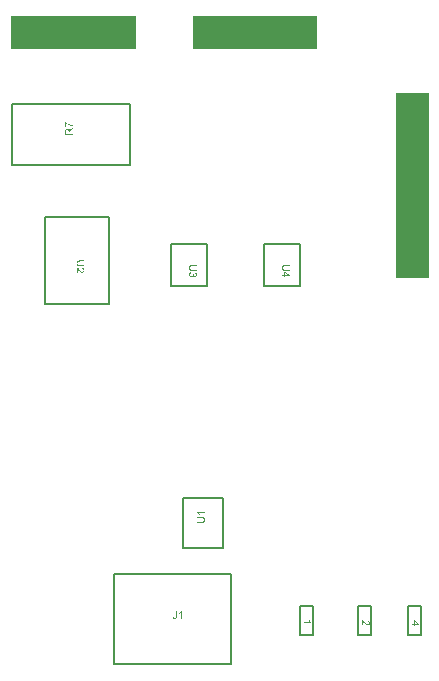
<source format=gbr>
G04*
G04 #@! TF.GenerationSoftware,Altium Limited,Altium Designer,25.3.3 (18)*
G04*
G04 Layer_Color=16711935*
%FSLAX25Y25*%
%MOIN*%
G70*
G04*
G04 #@! TF.SameCoordinates,2E22F27B-A00B-49EA-A22F-E70647FCC6C8*
G04*
G04*
G04 #@! TF.FilePolarity,Positive*
G04*
G01*
G75*
%ADD10C,0.00787*%
G36*
X240750Y304550D02*
X199250D01*
Y315450D01*
X240750D01*
Y304550D01*
D02*
G37*
G36*
X338450Y289750D02*
Y228250D01*
X327550D01*
Y289750D01*
X338450D01*
D02*
G37*
G36*
X301250Y304550D02*
X259750D01*
Y315450D01*
X301250D01*
Y304550D01*
D02*
G37*
G36*
X223565Y233665D02*
X222109D01*
X222105D01*
X222095D01*
X222076D01*
X222056D01*
X222027Y233662D01*
X221997D01*
X221961Y233659D01*
X221925D01*
X221846Y233652D01*
X221764Y233639D01*
X221689Y233626D01*
X221656Y233616D01*
X221623Y233606D01*
X221620D01*
X221617Y233603D01*
X221597Y233593D01*
X221571Y233580D01*
X221535Y233557D01*
X221498Y233528D01*
X221456Y233492D01*
X221420Y233449D01*
X221384Y233397D01*
Y233393D01*
X221380Y233390D01*
X221371Y233370D01*
X221357Y233337D01*
X221344Y233295D01*
X221328Y233242D01*
X221315Y233180D01*
X221305Y233111D01*
X221302Y233032D01*
Y232996D01*
X221305Y232973D01*
X221308Y232944D01*
X221311Y232908D01*
X221315Y232868D01*
X221321Y232829D01*
X221341Y232744D01*
X221371Y232655D01*
X221390Y232616D01*
X221413Y232576D01*
X221436Y232540D01*
X221466Y232508D01*
X221469Y232504D01*
X221476Y232501D01*
X221485Y232494D01*
X221498Y232481D01*
X221518Y232471D01*
X221544Y232458D01*
X221574Y232442D01*
X221610Y232429D01*
X221649Y232413D01*
X221695Y232399D01*
X221748Y232386D01*
X221807Y232373D01*
X221872Y232363D01*
X221945Y232357D01*
X222023Y232353D01*
X222109Y232350D01*
X223565D01*
Y232016D01*
X222105D01*
X222102D01*
X222089D01*
X222069D01*
X222043D01*
X222010Y232019D01*
X221974D01*
X221932Y232022D01*
X221889Y232026D01*
X221790Y232039D01*
X221689Y232052D01*
X221590Y232075D01*
X221544Y232088D01*
X221502Y232104D01*
X221498D01*
X221492Y232107D01*
X221479Y232114D01*
X221466Y232121D01*
X221446Y232130D01*
X221423Y232144D01*
X221374Y232176D01*
X221315Y232219D01*
X221256Y232272D01*
X221194Y232337D01*
X221164Y232376D01*
X221138Y232416D01*
Y232419D01*
X221131Y232426D01*
X221125Y232439D01*
X221115Y232455D01*
X221105Y232478D01*
X221095Y232504D01*
X221082Y232537D01*
X221069Y232573D01*
X221056Y232613D01*
X221043Y232659D01*
X221033Y232704D01*
X221023Y232757D01*
X221013Y232813D01*
X221006Y232872D01*
X221003Y232937D01*
X221000Y233003D01*
Y233036D01*
X221003Y233062D01*
Y233091D01*
X221006Y233128D01*
X221010Y233167D01*
X221016Y233209D01*
X221029Y233301D01*
X221052Y233397D01*
X221082Y233495D01*
X221121Y233583D01*
Y233587D01*
X221128Y233593D01*
X221134Y233606D01*
X221144Y233619D01*
X221170Y233659D01*
X221210Y233708D01*
X221259Y233761D01*
X221321Y233813D01*
X221390Y233862D01*
X221472Y233905D01*
X221476D01*
X221482Y233908D01*
X221495Y233915D01*
X221515Y233918D01*
X221538Y233928D01*
X221567Y233934D01*
X221600Y233944D01*
X221640Y233951D01*
X221682Y233961D01*
X221728Y233970D01*
X221781Y233977D01*
X221836Y233984D01*
X221899Y233990D01*
X221964Y233997D01*
X222033Y234000D01*
X222105D01*
X223565D01*
Y233665D01*
D02*
G37*
G36*
X221111Y231625D02*
X221144Y231622D01*
X221180Y231615D01*
X221216Y231606D01*
X221256Y231592D01*
X221259D01*
X221262Y231589D01*
X221272Y231586D01*
X221285Y231579D01*
X221318Y231566D01*
X221361Y231543D01*
X221413Y231514D01*
X221469Y231481D01*
X221528Y231438D01*
X221590Y231389D01*
X221594Y231386D01*
X221597Y231383D01*
X221607Y231373D01*
X221620Y231363D01*
X221656Y231330D01*
X221702Y231284D01*
X221758Y231228D01*
X221823Y231159D01*
X221895Y231078D01*
X221974Y230982D01*
X221977Y230979D01*
X221990Y230966D01*
X222007Y230943D01*
X222030Y230917D01*
X222059Y230884D01*
X222092Y230845D01*
X222128Y230802D01*
X222168Y230759D01*
X222253Y230667D01*
X222341Y230576D01*
X222387Y230533D01*
X222430Y230494D01*
X222469Y230458D01*
X222509Y230428D01*
X222512Y230425D01*
X222519Y230421D01*
X222528Y230415D01*
X222542Y230405D01*
X222561Y230395D01*
X222581Y230382D01*
X222630Y230353D01*
X222686Y230326D01*
X222748Y230304D01*
X222817Y230287D01*
X222850Y230280D01*
X222883D01*
X222886D01*
X222892D01*
X222899D01*
X222912Y230284D01*
X222948Y230287D01*
X222991Y230297D01*
X223040Y230313D01*
X223089Y230336D01*
X223142Y230369D01*
X223191Y230415D01*
X223198Y230421D01*
X223211Y230438D01*
X223230Y230468D01*
X223257Y230507D01*
X223280Y230556D01*
X223299Y230615D01*
X223312Y230684D01*
X223319Y230759D01*
Y230782D01*
X223316Y230796D01*
Y230815D01*
X223312Y230838D01*
X223303Y230887D01*
X223286Y230943D01*
X223263Y231005D01*
X223230Y231064D01*
X223184Y231117D01*
X223178Y231123D01*
X223162Y231137D01*
X223129Y231159D01*
X223089Y231183D01*
X223034Y231209D01*
X222971Y231232D01*
X222899Y231245D01*
X222814Y231251D01*
X222847Y231570D01*
X222850D01*
X222863Y231566D01*
X222879D01*
X222906Y231563D01*
X222935Y231556D01*
X222968Y231550D01*
X223007Y231540D01*
X223047Y231527D01*
X223135Y231497D01*
X223181Y231478D01*
X223224Y231455D01*
X223270Y231429D01*
X223312Y231399D01*
X223352Y231366D01*
X223388Y231327D01*
X223391Y231324D01*
X223394Y231317D01*
X223404Y231304D01*
X223417Y231288D01*
X223430Y231264D01*
X223447Y231238D01*
X223463Y231209D01*
X223483Y231173D01*
X223499Y231133D01*
X223516Y231091D01*
X223532Y231045D01*
X223545Y230992D01*
X223558Y230940D01*
X223568Y230881D01*
X223571Y230818D01*
X223575Y230753D01*
Y230717D01*
X223571Y230694D01*
X223568Y230661D01*
X223565Y230625D01*
X223558Y230586D01*
X223549Y230543D01*
X223526Y230451D01*
X223509Y230405D01*
X223489Y230356D01*
X223466Y230307D01*
X223437Y230261D01*
X223408Y230218D01*
X223371Y230176D01*
X223368Y230172D01*
X223361Y230166D01*
X223352Y230156D01*
X223335Y230143D01*
X223316Y230126D01*
X223293Y230107D01*
X223266Y230090D01*
X223234Y230067D01*
X223201Y230048D01*
X223162Y230031D01*
X223076Y229995D01*
X223030Y229982D01*
X222981Y229972D01*
X222929Y229966D01*
X222873Y229962D01*
X222866D01*
X222847D01*
X222817Y229966D01*
X222778Y229969D01*
X222735Y229979D01*
X222683Y229989D01*
X222630Y230005D01*
X222574Y230025D01*
X222568Y230028D01*
X222548Y230038D01*
X222519Y230051D01*
X222482Y230074D01*
X222437Y230103D01*
X222384Y230139D01*
X222325Y230182D01*
X222266Y230231D01*
X222263D01*
X222259Y230238D01*
X222250Y230248D01*
X222236Y230258D01*
X222220Y230274D01*
X222200Y230294D01*
X222178Y230317D01*
X222151Y230346D01*
X222122Y230376D01*
X222089Y230412D01*
X222049Y230451D01*
X222010Y230494D01*
X221968Y230543D01*
X221925Y230592D01*
X221876Y230651D01*
X221823Y230710D01*
X221820Y230714D01*
X221813Y230723D01*
X221800Y230736D01*
X221787Y230756D01*
X221767Y230776D01*
X221744Y230802D01*
X221695Y230858D01*
X221643Y230920D01*
X221590Y230979D01*
X221567Y231005D01*
X221544Y231028D01*
X221521Y231051D01*
X221505Y231068D01*
X221502Y231071D01*
X221492Y231081D01*
X221476Y231094D01*
X221453Y231114D01*
X221430Y231133D01*
X221400Y231156D01*
X221341Y231199D01*
Y229959D01*
X221043D01*
Y231629D01*
X221049D01*
X221062D01*
X221082D01*
X221111Y231625D01*
D02*
G37*
G36*
X292065Y232166D02*
X290609D01*
X290605D01*
X290596D01*
X290576D01*
X290556D01*
X290527Y232162D01*
X290497D01*
X290461Y232159D01*
X290425D01*
X290346Y232152D01*
X290264Y232139D01*
X290189Y232126D01*
X290156Y232116D01*
X290123Y232106D01*
X290120D01*
X290117Y232103D01*
X290097Y232093D01*
X290071Y232080D01*
X290035Y232057D01*
X289999Y232028D01*
X289956Y231992D01*
X289920Y231949D01*
X289884Y231896D01*
Y231893D01*
X289880Y231890D01*
X289871Y231870D01*
X289858Y231838D01*
X289844Y231795D01*
X289828Y231742D01*
X289815Y231680D01*
X289805Y231611D01*
X289802Y231532D01*
Y231496D01*
X289805Y231473D01*
X289808Y231444D01*
X289811Y231408D01*
X289815Y231368D01*
X289821Y231329D01*
X289841Y231244D01*
X289871Y231155D01*
X289890Y231116D01*
X289913Y231077D01*
X289936Y231040D01*
X289966Y231008D01*
X289969Y231004D01*
X289976Y231001D01*
X289985Y230995D01*
X289999Y230981D01*
X290018Y230972D01*
X290044Y230958D01*
X290074Y230942D01*
X290110Y230929D01*
X290149Y230912D01*
X290195Y230899D01*
X290248Y230886D01*
X290307Y230873D01*
X290372Y230863D01*
X290445Y230857D01*
X290523Y230854D01*
X290609Y230850D01*
X292065D01*
Y230516D01*
X290605D01*
X290602D01*
X290589D01*
X290569D01*
X290543D01*
X290510Y230519D01*
X290474D01*
X290431Y230522D01*
X290389Y230525D01*
X290290Y230539D01*
X290189Y230552D01*
X290090Y230575D01*
X290044Y230588D01*
X290002Y230604D01*
X289999D01*
X289992Y230608D01*
X289979Y230614D01*
X289966Y230621D01*
X289946Y230630D01*
X289923Y230644D01*
X289874Y230676D01*
X289815Y230719D01*
X289756Y230771D01*
X289693Y230837D01*
X289664Y230876D01*
X289638Y230916D01*
Y230919D01*
X289631Y230926D01*
X289625Y230939D01*
X289615Y230955D01*
X289605Y230978D01*
X289595Y231004D01*
X289582Y231037D01*
X289569Y231073D01*
X289556Y231113D01*
X289543Y231158D01*
X289533Y231204D01*
X289523Y231257D01*
X289513Y231313D01*
X289507Y231372D01*
X289503Y231437D01*
X289500Y231503D01*
Y231536D01*
X289503Y231562D01*
Y231592D01*
X289507Y231628D01*
X289510Y231667D01*
X289516Y231710D01*
X289529Y231801D01*
X289552Y231896D01*
X289582Y231995D01*
X289621Y232084D01*
Y232087D01*
X289628Y232093D01*
X289634Y232106D01*
X289644Y232119D01*
X289670Y232159D01*
X289710Y232208D01*
X289759Y232261D01*
X289821Y232313D01*
X289890Y232362D01*
X289972Y232405D01*
X289976D01*
X289982Y232408D01*
X289995Y232415D01*
X290015Y232418D01*
X290038Y232428D01*
X290067Y232434D01*
X290100Y232444D01*
X290140Y232451D01*
X290182Y232461D01*
X290228Y232470D01*
X290281Y232477D01*
X290336Y232484D01*
X290399Y232490D01*
X290464Y232497D01*
X290533Y232500D01*
X290605D01*
X292065D01*
Y232166D01*
D02*
G37*
G36*
Y229036D02*
Y228784D01*
X290431D01*
Y228443D01*
X290146D01*
Y228784D01*
X289543D01*
Y229092D01*
X290146D01*
Y230188D01*
X290431D01*
X292065Y229036D01*
D02*
G37*
G36*
X217498Y280044D02*
X217507Y280038D01*
X217521Y280025D01*
X217540Y280005D01*
X217566Y279985D01*
X217599Y279959D01*
X217635Y279929D01*
X217675Y279897D01*
X217721Y279861D01*
X217773Y279824D01*
X217829Y279785D01*
X217891Y279743D01*
X217953Y279700D01*
X218026Y279657D01*
X218098Y279615D01*
X218177Y279569D01*
X218180Y279565D01*
X218196Y279559D01*
X218219Y279546D01*
X218249Y279529D01*
X218288Y279510D01*
X218334Y279490D01*
X218387Y279464D01*
X218445Y279437D01*
X218508Y279408D01*
X218577Y279378D01*
X218649Y279349D01*
X218724Y279319D01*
X218882Y279260D01*
X219049Y279208D01*
X219052D01*
X219062Y279205D01*
X219082Y279198D01*
X219105Y279191D01*
X219134Y279185D01*
X219170Y279175D01*
X219210Y279169D01*
X219256Y279159D01*
X219305Y279149D01*
X219357Y279136D01*
X219416Y279126D01*
X219475Y279119D01*
X219603Y279103D01*
X219741Y279090D01*
Y278772D01*
X219738D01*
X219728D01*
X219712D01*
X219689Y278775D01*
X219659D01*
X219626Y278778D01*
X219587Y278781D01*
X219541Y278788D01*
X219492Y278795D01*
X219436Y278801D01*
X219377Y278811D01*
X219315Y278821D01*
X219249Y278834D01*
X219177Y278850D01*
X219105Y278867D01*
X219026Y278886D01*
X219020D01*
X219006Y278893D01*
X218983Y278900D01*
X218954Y278906D01*
X218915Y278919D01*
X218872Y278932D01*
X218823Y278949D01*
X218767Y278968D01*
X218705Y278988D01*
X218642Y279014D01*
X218505Y279067D01*
X218360Y279132D01*
X218213Y279205D01*
X218209Y279208D01*
X218196Y279214D01*
X218173Y279224D01*
X218147Y279241D01*
X218114Y279260D01*
X218075Y279283D01*
X218029Y279310D01*
X217983Y279339D01*
X217878Y279405D01*
X217767Y279480D01*
X217655Y279565D01*
X217550Y279651D01*
Y278417D01*
X217252D01*
Y280047D01*
X217494D01*
X217498Y280044D01*
D02*
G37*
G36*
X219741Y277781D02*
X219220Y277450D01*
X219216D01*
X219210Y277443D01*
X219197Y277437D01*
X219183Y277427D01*
X219164Y277414D01*
X219141Y277397D01*
X219092Y277364D01*
X219036Y277325D01*
X218980Y277286D01*
X218924Y277246D01*
X218875Y277207D01*
X218869Y277204D01*
X218856Y277191D01*
X218832Y277174D01*
X218810Y277151D01*
X218780Y277125D01*
X218751Y277096D01*
X218728Y277066D01*
X218705Y277036D01*
X218701Y277033D01*
X218698Y277023D01*
X218688Y277010D01*
X218678Y276991D01*
X218665Y276968D01*
X218655Y276941D01*
X218636Y276886D01*
Y276882D01*
X218633Y276876D01*
Y276863D01*
X218629Y276843D01*
X218626Y276817D01*
Y276784D01*
X218623Y276748D01*
Y276315D01*
X219741D01*
Y275980D01*
X217219D01*
Y277155D01*
X217222Y277184D01*
Y277214D01*
X217225Y277250D01*
X217229Y277289D01*
X217235Y277371D01*
X217248Y277456D01*
X217265Y277538D01*
X217274Y277578D01*
X217288Y277610D01*
Y277614D01*
X217291Y277617D01*
X217294Y277627D01*
X217301Y277640D01*
X217317Y277673D01*
X217343Y277712D01*
X217376Y277758D01*
X217419Y277804D01*
X217471Y277850D01*
X217530Y277893D01*
X217534D01*
X217537Y277896D01*
X217547Y277902D01*
X217560Y277909D01*
X217596Y277925D01*
X217642Y277945D01*
X217698Y277965D01*
X217763Y277981D01*
X217835Y277994D01*
X217911Y277997D01*
X217914D01*
X217924D01*
X217937D01*
X217957Y277994D01*
X217980Y277991D01*
X218006Y277988D01*
X218068Y277975D01*
X218141Y277955D01*
X218216Y277925D01*
X218252Y277906D01*
X218291Y277883D01*
X218327Y277853D01*
X218363Y277824D01*
X218367Y277820D01*
X218370Y277817D01*
X218380Y277804D01*
X218393Y277791D01*
X218406Y277771D01*
X218423Y277748D01*
X218442Y277722D01*
X218462Y277693D01*
X218482Y277656D01*
X218501Y277617D01*
X218521Y277571D01*
X218541Y277522D01*
X218557Y277469D01*
X218573Y277414D01*
X218586Y277351D01*
X218596Y277286D01*
X218600Y277292D01*
X218606Y277309D01*
X218619Y277332D01*
X218636Y277361D01*
X218678Y277427D01*
X218701Y277456D01*
X218724Y277486D01*
Y277489D01*
X218731Y277492D01*
X218747Y277512D01*
X218777Y277538D01*
X218816Y277578D01*
X218862Y277620D01*
X218921Y277666D01*
X218987Y277715D01*
X219059Y277765D01*
X219741Y278201D01*
Y277781D01*
D02*
G37*
G36*
X335281Y112849D02*
Y112596D01*
X333648D01*
Y112255D01*
X333362D01*
Y112596D01*
X332759D01*
Y112905D01*
X333362D01*
Y114000D01*
X333648D01*
X335281Y112849D01*
D02*
G37*
G36*
X261065Y232166D02*
X259609D01*
X259605D01*
X259595D01*
X259576D01*
X259556D01*
X259527Y232162D01*
X259497D01*
X259461Y232159D01*
X259425D01*
X259346Y232152D01*
X259264Y232139D01*
X259189Y232126D01*
X259156Y232116D01*
X259123Y232106D01*
X259120D01*
X259117Y232103D01*
X259097Y232093D01*
X259071Y232080D01*
X259035Y232057D01*
X258998Y232028D01*
X258956Y231992D01*
X258920Y231949D01*
X258884Y231896D01*
Y231893D01*
X258880Y231890D01*
X258871Y231870D01*
X258857Y231838D01*
X258844Y231795D01*
X258828Y231742D01*
X258815Y231680D01*
X258805Y231611D01*
X258802Y231532D01*
Y231496D01*
X258805Y231473D01*
X258808Y231444D01*
X258811Y231408D01*
X258815Y231368D01*
X258821Y231329D01*
X258841Y231244D01*
X258871Y231155D01*
X258890Y231116D01*
X258913Y231077D01*
X258936Y231040D01*
X258966Y231008D01*
X258969Y231004D01*
X258976Y231001D01*
X258985Y230995D01*
X258998Y230981D01*
X259018Y230972D01*
X259044Y230958D01*
X259074Y230942D01*
X259110Y230929D01*
X259149Y230912D01*
X259195Y230899D01*
X259248Y230886D01*
X259307Y230873D01*
X259372Y230863D01*
X259445Y230857D01*
X259523Y230854D01*
X259609Y230850D01*
X261065D01*
Y230516D01*
X259605D01*
X259602D01*
X259589D01*
X259569D01*
X259543D01*
X259510Y230519D01*
X259474D01*
X259432Y230522D01*
X259389Y230525D01*
X259290Y230539D01*
X259189Y230552D01*
X259090Y230575D01*
X259044Y230588D01*
X259002Y230604D01*
X258998D01*
X258992Y230608D01*
X258979Y230614D01*
X258966Y230621D01*
X258946Y230630D01*
X258923Y230644D01*
X258874Y230676D01*
X258815Y230719D01*
X258756Y230771D01*
X258694Y230837D01*
X258664Y230876D01*
X258638Y230916D01*
Y230919D01*
X258631Y230926D01*
X258625Y230939D01*
X258615Y230955D01*
X258605Y230978D01*
X258595Y231004D01*
X258582Y231037D01*
X258569Y231073D01*
X258556Y231113D01*
X258543Y231158D01*
X258533Y231204D01*
X258523Y231257D01*
X258513Y231313D01*
X258506Y231372D01*
X258503Y231437D01*
X258500Y231503D01*
Y231536D01*
X258503Y231562D01*
Y231592D01*
X258506Y231628D01*
X258510Y231667D01*
X258516Y231710D01*
X258529Y231801D01*
X258552Y231896D01*
X258582Y231995D01*
X258621Y232084D01*
Y232087D01*
X258628Y232093D01*
X258634Y232106D01*
X258644Y232119D01*
X258670Y232159D01*
X258710Y232208D01*
X258759Y232261D01*
X258821Y232313D01*
X258890Y232362D01*
X258972Y232405D01*
X258976D01*
X258982Y232408D01*
X258995Y232415D01*
X259015Y232418D01*
X259038Y232428D01*
X259067Y232434D01*
X259100Y232444D01*
X259140Y232451D01*
X259182Y232461D01*
X259228Y232470D01*
X259281Y232477D01*
X259336Y232484D01*
X259399Y232490D01*
X259464Y232497D01*
X259533Y232500D01*
X259605D01*
X261065D01*
Y232166D01*
D02*
G37*
G36*
X259254Y229774D02*
X259251D01*
X259241Y229771D01*
X259228Y229768D01*
X259212Y229765D01*
X259189Y229758D01*
X259166Y229751D01*
X259107Y229732D01*
X259044Y229709D01*
X258982Y229676D01*
X258920Y229640D01*
X258894Y229620D01*
X258871Y229597D01*
X258867Y229591D01*
X258854Y229574D01*
X258835Y229548D01*
X258815Y229509D01*
X258792Y229463D01*
X258775Y229410D01*
X258762Y229348D01*
X258756Y229282D01*
Y229259D01*
X258759Y229246D01*
Y229227D01*
X258762Y229204D01*
X258775Y229154D01*
X258792Y229095D01*
X258818Y229033D01*
X258857Y228971D01*
X258880Y228941D01*
X258907Y228912D01*
X258910Y228908D01*
X258913Y228905D01*
X258923Y228899D01*
X258933Y228889D01*
X258966Y228863D01*
X259012Y228836D01*
X259064Y228810D01*
X259130Y228784D01*
X259202Y228767D01*
X259241Y228761D01*
X259281D01*
X259284D01*
X259290D01*
X259300D01*
X259317Y228764D01*
X259333D01*
X259356Y228767D01*
X259405Y228777D01*
X259461Y228794D01*
X259520Y228820D01*
X259576Y228856D01*
X259605Y228876D01*
X259632Y228902D01*
X259638Y228908D01*
X259654Y228928D01*
X259674Y228958D01*
X259700Y228997D01*
X259727Y229049D01*
X259746Y229109D01*
X259763Y229177D01*
X259769Y229256D01*
Y229292D01*
X259766Y229315D01*
X259763Y229348D01*
X259756Y229387D01*
X259746Y229430D01*
X259736Y229476D01*
X260009Y229440D01*
Y229433D01*
X260005Y229423D01*
X260002Y229407D01*
Y229371D01*
X260005Y229358D01*
X260009Y229318D01*
X260015Y229273D01*
X260028Y229217D01*
X260045Y229158D01*
X260071Y229095D01*
X260104Y229036D01*
Y229033D01*
X260110Y229030D01*
X260123Y229010D01*
X260150Y228984D01*
X260183Y228954D01*
X260228Y228925D01*
X260284Y228902D01*
X260350Y228882D01*
X260386Y228879D01*
X260425Y228876D01*
X260429D01*
X260432D01*
X260455Y228879D01*
X260484Y228882D01*
X260524Y228889D01*
X260566Y228905D01*
X260612Y228925D01*
X260662Y228954D01*
X260704Y228994D01*
X260711Y229000D01*
X260724Y229013D01*
X260740Y229040D01*
X260763Y229072D01*
X260783Y229115D01*
X260803Y229168D01*
X260816Y229223D01*
X260819Y229289D01*
Y229305D01*
X260816Y229318D01*
X260812Y229355D01*
X260806Y229397D01*
X260789Y229443D01*
X260770Y229496D01*
X260743Y229545D01*
X260704Y229594D01*
X260698Y229601D01*
X260684Y229614D01*
X260658Y229633D01*
X260619Y229656D01*
X260573Y229682D01*
X260514Y229709D01*
X260445Y229728D01*
X260366Y229745D01*
X260422Y230053D01*
X260425D01*
X260435Y230050D01*
X260452Y230047D01*
X260474Y230040D01*
X260497Y230033D01*
X260530Y230024D01*
X260563Y230014D01*
X260599Y230001D01*
X260675Y229965D01*
X260753Y229922D01*
X260832Y229866D01*
X260868Y229833D01*
X260901Y229797D01*
X260904Y229794D01*
X260908Y229787D01*
X260917Y229778D01*
X260927Y229761D01*
X260940Y229742D01*
X260957Y229719D01*
X260973Y229689D01*
X260989Y229660D01*
X261003Y229624D01*
X261019Y229587D01*
X261049Y229502D01*
X261068Y229404D01*
X261071Y229351D01*
X261075Y229295D01*
Y229259D01*
X261071Y229243D01*
Y229220D01*
X261065Y229171D01*
X261052Y229112D01*
X261039Y229049D01*
X261016Y228984D01*
X260986Y228918D01*
Y228915D01*
X260983Y228912D01*
X260976Y228902D01*
X260970Y228889D01*
X260950Y228859D01*
X260924Y228820D01*
X260888Y228777D01*
X260845Y228731D01*
X260799Y228689D01*
X260743Y228653D01*
X260740D01*
X260737Y228649D01*
X260717Y228636D01*
X260684Y228623D01*
X260645Y228603D01*
X260596Y228587D01*
X260540Y228571D01*
X260481Y228561D01*
X260419Y228557D01*
X260416D01*
X260412D01*
X260392D01*
X260360Y228561D01*
X260320Y228567D01*
X260274Y228580D01*
X260225Y228594D01*
X260173Y228616D01*
X260120Y228646D01*
X260114Y228649D01*
X260097Y228662D01*
X260074Y228682D01*
X260045Y228712D01*
X260009Y228748D01*
X259973Y228794D01*
X259940Y228846D01*
X259907Y228905D01*
Y228902D01*
X259904Y228895D01*
X259900Y228882D01*
X259897Y228869D01*
X259891Y228849D01*
X259881Y228826D01*
X259861Y228777D01*
X259832Y228721D01*
X259792Y228666D01*
X259746Y228607D01*
X259691Y228557D01*
X259687D01*
X259684Y228551D01*
X259674Y228544D01*
X259661Y228538D01*
X259645Y228528D01*
X259628Y228518D01*
X259579Y228495D01*
X259520Y228472D01*
X259451Y228452D01*
X259376Y228439D01*
X259287Y228433D01*
X259284D01*
X259274D01*
X259254D01*
X259231Y228436D01*
X259202Y228439D01*
X259169Y228446D01*
X259133Y228452D01*
X259094Y228462D01*
X259051Y228475D01*
X259005Y228492D01*
X258959Y228512D01*
X258910Y228535D01*
X258864Y228564D01*
X258815Y228597D01*
X258769Y228633D01*
X258726Y228676D01*
X258723Y228679D01*
X258716Y228685D01*
X258707Y228698D01*
X258690Y228718D01*
X258674Y228741D01*
X258654Y228771D01*
X258634Y228803D01*
X258615Y228840D01*
X258592Y228882D01*
X258572Y228928D01*
X258552Y228977D01*
X258536Y229033D01*
X258520Y229089D01*
X258510Y229151D01*
X258503Y229214D01*
X258500Y229282D01*
Y229315D01*
X258503Y229338D01*
X258506Y229364D01*
X258510Y229397D01*
X258516Y229436D01*
X258526Y229476D01*
X258549Y229561D01*
X258565Y229607D01*
X258582Y229653D01*
X258605Y229702D01*
X258631Y229748D01*
X258661Y229791D01*
X258697Y229833D01*
X258700Y229837D01*
X258707Y229843D01*
X258716Y229853D01*
X258733Y229870D01*
X258752Y229886D01*
X258775Y229906D01*
X258805Y229925D01*
X258835Y229948D01*
X258871Y229968D01*
X258910Y229991D01*
X258953Y230011D01*
X258998Y230030D01*
X259048Y230050D01*
X259097Y230063D01*
X259153Y230076D01*
X259212Y230083D01*
X259254Y229774D01*
D02*
G37*
G36*
X254387Y115338D02*
Y115335D01*
Y115325D01*
Y115309D01*
Y115286D01*
X254384Y115260D01*
Y115230D01*
X254381Y115194D01*
X254378Y115158D01*
X254368Y115079D01*
X254355Y114997D01*
X254335Y114918D01*
X254322Y114879D01*
X254309Y114846D01*
Y114843D01*
X254305Y114840D01*
X254302Y114830D01*
X254296Y114817D01*
X254276Y114787D01*
X254250Y114748D01*
X254217Y114705D01*
X254174Y114663D01*
X254125Y114620D01*
X254066Y114581D01*
X254063D01*
X254059Y114577D01*
X254049Y114574D01*
X254036Y114567D01*
X254004Y114551D01*
X253954Y114538D01*
X253899Y114522D01*
X253833Y114505D01*
X253758Y114495D01*
X253676Y114492D01*
X253643D01*
X253620Y114495D01*
X253594Y114499D01*
X253561Y114502D01*
X253525Y114508D01*
X253489Y114515D01*
X253407Y114538D01*
X253364Y114554D01*
X253321Y114574D01*
X253279Y114594D01*
X253239Y114620D01*
X253203Y114649D01*
X253167Y114682D01*
X253164Y114686D01*
X253161Y114692D01*
X253151Y114702D01*
X253141Y114718D01*
X253128Y114738D01*
X253112Y114761D01*
X253095Y114791D01*
X253079Y114823D01*
X253065Y114863D01*
X253049Y114905D01*
X253036Y114951D01*
X253023Y115000D01*
X253013Y115056D01*
X253003Y115115D01*
X253000Y115178D01*
Y115246D01*
X253302Y115289D01*
Y115286D01*
Y115276D01*
Y115263D01*
X253305Y115243D01*
X253308Y115220D01*
X253311Y115194D01*
X253318Y115132D01*
X253331Y115066D01*
X253351Y115000D01*
X253374Y114941D01*
X253390Y114918D01*
X253407Y114895D01*
X253410Y114892D01*
X253426Y114879D01*
X253446Y114863D01*
X253479Y114843D01*
X253515Y114823D01*
X253561Y114807D01*
X253617Y114794D01*
X253676Y114791D01*
X253695D01*
X253721Y114794D01*
X253751Y114797D01*
X253784Y114804D01*
X253820Y114813D01*
X253856Y114827D01*
X253892Y114846D01*
X253895Y114850D01*
X253908Y114856D01*
X253922Y114869D01*
X253941Y114889D01*
X253964Y114912D01*
X253984Y114938D01*
X254004Y114968D01*
X254017Y115004D01*
X254020Y115007D01*
X254023Y115023D01*
X254030Y115046D01*
X254036Y115079D01*
X254043Y115125D01*
X254046Y115178D01*
X254053Y115243D01*
Y115319D01*
Y117057D01*
X254387D01*
Y115338D01*
D02*
G37*
G36*
X255972Y114535D02*
X255663D01*
Y116506D01*
X255657Y116503D01*
X255644Y116490D01*
X255617Y116467D01*
X255585Y116440D01*
X255542Y116408D01*
X255489Y116372D01*
X255434Y116332D01*
X255368Y116293D01*
X255365D01*
X255362Y116289D01*
X255352Y116283D01*
X255339Y116276D01*
X255303Y116257D01*
X255260Y116234D01*
X255211Y116208D01*
X255155Y116181D01*
X255099Y116155D01*
X255043Y116132D01*
Y116434D01*
X255047D01*
X255057Y116440D01*
X255070Y116447D01*
X255086Y116457D01*
X255109Y116467D01*
X255135Y116483D01*
X255198Y116516D01*
X255266Y116559D01*
X255345Y116611D01*
X255421Y116667D01*
X255496Y116729D01*
X255499Y116732D01*
X255506Y116736D01*
X255516Y116745D01*
X255529Y116759D01*
X255562Y116791D01*
X255604Y116837D01*
X255647Y116886D01*
X255693Y116946D01*
X255735Y117005D01*
X255771Y117067D01*
X255972D01*
Y114535D01*
D02*
G37*
G36*
X263699Y149773D02*
X261727D01*
X261731Y149767D01*
X261744Y149754D01*
X261767Y149727D01*
X261793Y149695D01*
X261826Y149652D01*
X261862Y149600D01*
X261901Y149544D01*
X261940Y149478D01*
Y149475D01*
X261944Y149472D01*
X261950Y149462D01*
X261957Y149449D01*
X261977Y149413D01*
X261999Y149370D01*
X262026Y149321D01*
X262052Y149265D01*
X262078Y149209D01*
X262101Y149153D01*
X261799D01*
Y149157D01*
X261793Y149167D01*
X261786Y149180D01*
X261776Y149196D01*
X261767Y149219D01*
X261750Y149245D01*
X261717Y149308D01*
X261675Y149377D01*
X261622Y149455D01*
X261566Y149531D01*
X261504Y149606D01*
X261501Y149609D01*
X261498Y149616D01*
X261488Y149626D01*
X261475Y149639D01*
X261442Y149672D01*
X261396Y149714D01*
X261347Y149757D01*
X261288Y149803D01*
X261229Y149846D01*
X261166Y149882D01*
Y150082D01*
X263699D01*
Y149773D01*
D02*
G37*
G36*
X262731Y148481D02*
X262767D01*
X262810Y148478D01*
X262852Y148475D01*
X262951Y148461D01*
X263052Y148448D01*
X263151Y148425D01*
X263197Y148412D01*
X263239Y148396D01*
X263243D01*
X263249Y148393D01*
X263262Y148386D01*
X263275Y148379D01*
X263295Y148370D01*
X263318Y148356D01*
X263367Y148324D01*
X263426Y148281D01*
X263485Y148229D01*
X263548Y148163D01*
X263577Y148124D01*
X263603Y148084D01*
Y148081D01*
X263610Y148074D01*
X263616Y148061D01*
X263626Y148045D01*
X263636Y148022D01*
X263646Y147996D01*
X263659Y147963D01*
X263672Y147927D01*
X263685Y147887D01*
X263699Y147842D01*
X263708Y147796D01*
X263718Y147743D01*
X263728Y147687D01*
X263735Y147628D01*
X263738Y147563D01*
X263741Y147497D01*
Y147464D01*
X263738Y147438D01*
Y147409D01*
X263735Y147372D01*
X263731Y147333D01*
X263725Y147291D01*
X263712Y147199D01*
X263689Y147104D01*
X263659Y147005D01*
X263620Y146917D01*
Y146913D01*
X263613Y146907D01*
X263607Y146894D01*
X263597Y146880D01*
X263571Y146841D01*
X263531Y146792D01*
X263482Y146739D01*
X263420Y146687D01*
X263351Y146638D01*
X263269Y146595D01*
X263265D01*
X263259Y146592D01*
X263246Y146585D01*
X263226Y146582D01*
X263203Y146572D01*
X263174Y146566D01*
X263141Y146556D01*
X263102Y146549D01*
X263059Y146539D01*
X263013Y146529D01*
X262961Y146523D01*
X262905Y146516D01*
X262842Y146510D01*
X262777Y146503D01*
X262708Y146500D01*
X262636D01*
X261176D01*
Y146835D01*
X262632D01*
X262636D01*
X262646D01*
X262665D01*
X262685D01*
X262715Y146838D01*
X262744D01*
X262780Y146841D01*
X262816D01*
X262895Y146848D01*
X262977Y146861D01*
X263052Y146874D01*
X263085Y146884D01*
X263118Y146894D01*
X263121D01*
X263124Y146897D01*
X263144Y146907D01*
X263170Y146920D01*
X263207Y146943D01*
X263243Y146972D01*
X263285Y147008D01*
X263321Y147051D01*
X263357Y147104D01*
Y147107D01*
X263361Y147110D01*
X263370Y147130D01*
X263384Y147163D01*
X263397Y147205D01*
X263413Y147258D01*
X263426Y147320D01*
X263436Y147389D01*
X263439Y147468D01*
Y147504D01*
X263436Y147527D01*
X263433Y147556D01*
X263429Y147592D01*
X263426Y147632D01*
X263420Y147671D01*
X263400Y147756D01*
X263370Y147845D01*
X263351Y147884D01*
X263328Y147924D01*
X263305Y147960D01*
X263275Y147992D01*
X263272Y147996D01*
X263265Y147999D01*
X263256Y148005D01*
X263243Y148019D01*
X263223Y148029D01*
X263197Y148042D01*
X263167Y148058D01*
X263131Y148071D01*
X263092Y148088D01*
X263046Y148101D01*
X262993Y148114D01*
X262934Y148127D01*
X262869Y148137D01*
X262796Y148143D01*
X262718Y148147D01*
X262632Y148150D01*
X261176D01*
Y148484D01*
X262636D01*
X262639D01*
X262652D01*
X262672D01*
X262698D01*
X262731Y148481D01*
D02*
G37*
G36*
X316328Y113997D02*
X316361Y113993D01*
X316397Y113987D01*
X316433Y113977D01*
X316472Y113964D01*
X316475D01*
X316479Y113961D01*
X316489Y113957D01*
X316502Y113951D01*
X316534Y113938D01*
X316577Y113915D01*
X316630Y113885D01*
X316685Y113852D01*
X316744Y113810D01*
X316807Y113761D01*
X316810Y113757D01*
X316813Y113754D01*
X316823Y113744D01*
X316836Y113734D01*
X316872Y113701D01*
X316918Y113656D01*
X316974Y113600D01*
X317039Y113531D01*
X317112Y113449D01*
X317190Y113354D01*
X317194Y113351D01*
X317207Y113337D01*
X317223Y113314D01*
X317246Y113288D01*
X317276Y113255D01*
X317308Y113216D01*
X317345Y113173D01*
X317384Y113131D01*
X317469Y113039D01*
X317558Y112947D01*
X317604Y112905D01*
X317646Y112865D01*
X317686Y112829D01*
X317725Y112800D01*
X317728Y112796D01*
X317735Y112793D01*
X317745Y112786D01*
X317758Y112777D01*
X317777Y112767D01*
X317797Y112754D01*
X317846Y112724D01*
X317902Y112698D01*
X317965Y112675D01*
X318033Y112659D01*
X318066Y112652D01*
X318099D01*
X318102D01*
X318109D01*
X318115D01*
X318128Y112655D01*
X318165Y112659D01*
X318207Y112668D01*
X318256Y112685D01*
X318306Y112708D01*
X318358Y112741D01*
X318407Y112786D01*
X318414Y112793D01*
X318427Y112809D01*
X318447Y112839D01*
X318473Y112878D01*
X318496Y112927D01*
X318515Y112987D01*
X318529Y113055D01*
X318535Y113131D01*
Y113154D01*
X318532Y113167D01*
Y113187D01*
X318529Y113209D01*
X318519Y113259D01*
X318502Y113314D01*
X318479Y113377D01*
X318447Y113436D01*
X318401Y113488D01*
X318394Y113495D01*
X318378Y113508D01*
X318345Y113531D01*
X318306Y113554D01*
X318250Y113580D01*
X318187Y113603D01*
X318115Y113616D01*
X318030Y113623D01*
X318063Y113941D01*
X318066D01*
X318079Y113938D01*
X318096D01*
X318122Y113934D01*
X318151Y113928D01*
X318184Y113921D01*
X318224Y113911D01*
X318263Y113898D01*
X318352Y113869D01*
X318397Y113849D01*
X318440Y113826D01*
X318486Y113800D01*
X318529Y113770D01*
X318568Y113738D01*
X318604Y113698D01*
X318607Y113695D01*
X318611Y113688D01*
X318620Y113675D01*
X318634Y113659D01*
X318647Y113636D01*
X318663Y113610D01*
X318679Y113580D01*
X318699Y113544D01*
X318716Y113505D01*
X318732Y113462D01*
X318748Y113416D01*
X318761Y113364D01*
X318775Y113311D01*
X318784Y113252D01*
X318788Y113190D01*
X318791Y113124D01*
Y113088D01*
X318788Y113065D01*
X318784Y113032D01*
X318781Y112996D01*
X318775Y112957D01*
X318765Y112914D01*
X318742Y112822D01*
X318725Y112777D01*
X318706Y112727D01*
X318683Y112678D01*
X318653Y112632D01*
X318624Y112590D01*
X318588Y112547D01*
X318584Y112544D01*
X318578Y112537D01*
X318568Y112527D01*
X318552Y112514D01*
X318532Y112498D01*
X318509Y112478D01*
X318483Y112462D01*
X318450Y112439D01*
X318417Y112419D01*
X318378Y112403D01*
X318292Y112367D01*
X318247Y112353D01*
X318197Y112344D01*
X318145Y112337D01*
X318089Y112334D01*
X318083D01*
X318063D01*
X318033Y112337D01*
X317994Y112340D01*
X317951Y112350D01*
X317899Y112360D01*
X317846Y112376D01*
X317791Y112396D01*
X317784Y112399D01*
X317764Y112409D01*
X317735Y112422D01*
X317699Y112445D01*
X317653Y112475D01*
X317600Y112511D01*
X317541Y112554D01*
X317482Y112603D01*
X317479D01*
X317476Y112609D01*
X317466Y112619D01*
X317453Y112629D01*
X317436Y112645D01*
X317417Y112665D01*
X317394Y112688D01*
X317368Y112717D01*
X317338Y112747D01*
X317305Y112783D01*
X317266Y112822D01*
X317227Y112865D01*
X317184Y112914D01*
X317141Y112963D01*
X317092Y113023D01*
X317039Y113082D01*
X317036Y113085D01*
X317030Y113095D01*
X317017Y113108D01*
X317003Y113128D01*
X316984Y113147D01*
X316961Y113173D01*
X316912Y113229D01*
X316859Y113292D01*
X316807Y113351D01*
X316784Y113377D01*
X316761Y113400D01*
X316738Y113423D01*
X316721Y113439D01*
X316718Y113442D01*
X316708Y113452D01*
X316692Y113465D01*
X316669Y113485D01*
X316646Y113505D01*
X316616Y113528D01*
X316557Y113570D01*
Y112330D01*
X316259D01*
Y114000D01*
X316265D01*
X316279D01*
X316298D01*
X316328Y113997D01*
D02*
G37*
G36*
X298658D02*
X298665Y113987D01*
X298671Y113974D01*
X298681Y113957D01*
X298691Y113934D01*
X298707Y113908D01*
X298740Y113846D01*
X298783Y113777D01*
X298835Y113698D01*
X298891Y113623D01*
X298953Y113547D01*
X298956Y113544D01*
X298960Y113538D01*
X298970Y113528D01*
X298983Y113515D01*
X299015Y113482D01*
X299061Y113439D01*
X299111Y113397D01*
X299170Y113351D01*
X299229Y113308D01*
X299291Y113272D01*
Y113072D01*
X296759D01*
Y113380D01*
X298730D01*
X298727Y113387D01*
X298714Y113400D01*
X298691Y113426D01*
X298665Y113459D01*
X298632Y113501D01*
X298596Y113554D01*
X298556Y113610D01*
X298517Y113675D01*
Y113679D01*
X298514Y113682D01*
X298507Y113692D01*
X298501Y113705D01*
X298481Y113741D01*
X298458Y113784D01*
X298432Y113833D01*
X298405Y113889D01*
X298379Y113944D01*
X298356Y114000D01*
X298658D01*
Y113997D01*
D02*
G37*
%LPC*%
G36*
X290431Y229886D02*
Y229092D01*
X291570D01*
X290431Y229886D01*
D02*
G37*
G36*
X217911Y277653D02*
X217908D01*
X217904D01*
X217895D01*
X217881Y277650D01*
X217848Y277647D01*
X217806Y277637D01*
X217760Y277620D01*
X217711Y277597D01*
X217662Y277565D01*
X217616Y277522D01*
X217609Y277515D01*
X217596Y277496D01*
X217580Y277466D01*
X217557Y277420D01*
X217547Y277394D01*
X217534Y277364D01*
X217524Y277332D01*
X217517Y277292D01*
X217507Y277253D01*
X217504Y277210D01*
X217498Y277161D01*
Y276315D01*
X218334D01*
Y277086D01*
X218331Y277109D01*
X218327Y277161D01*
X218324Y277217D01*
X218314Y277279D01*
X218304Y277335D01*
X218288Y277387D01*
X218285Y277394D01*
X218278Y277410D01*
X218268Y277433D01*
X218252Y277463D01*
X218232Y277492D01*
X218206Y277525D01*
X218173Y277558D01*
X218137Y277584D01*
X218134Y277588D01*
X218117Y277594D01*
X218098Y277607D01*
X218068Y277620D01*
X218036Y277630D01*
X217996Y277643D01*
X217957Y277650D01*
X217911Y277653D01*
D02*
G37*
G36*
X333648Y113698D02*
Y112905D01*
X334786D01*
X333648Y113698D01*
D02*
G37*
%LPD*%
D10*
X231640Y219440D02*
Y248560D01*
X210360Y219440D02*
X231640D01*
X210360D02*
Y248560D01*
X231640D01*
X283398Y239402D02*
X295602D01*
X283398Y225598D02*
Y239402D01*
Y225598D02*
X295602D01*
Y239402D01*
X199354Y265823D02*
X238646D01*
Y286138D01*
X199354D02*
X238646D01*
X199354Y265823D02*
Y286138D01*
X331335Y118921D02*
X335665D01*
X331335Y109079D02*
Y118921D01*
Y109079D02*
X335665D01*
Y118921D01*
X252398Y239402D02*
X264602D01*
X252398Y225598D02*
Y239402D01*
Y225598D02*
X264602D01*
Y239402D01*
X233433Y99630D02*
Y129354D01*
Y99630D02*
X272567D01*
Y129354D01*
X233433D02*
X272567D01*
X256307Y138220D02*
X269693D01*
Y154780D01*
X256307D02*
X269693D01*
X256307Y138220D02*
Y154780D01*
X314835Y118921D02*
X319165D01*
X314835Y109079D02*
Y118921D01*
Y109079D02*
X319165D01*
Y118921D01*
X295335D02*
X299665D01*
X295335Y109079D02*
Y118921D01*
Y109079D02*
X299665D01*
Y118921D01*
M02*

</source>
